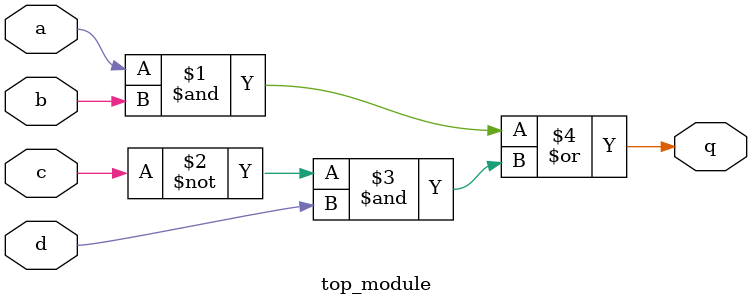
<source format=sv>
module top_module (
    input a, 
    input b, 
    input c, 
    input d,
    output q
);
    
    assign q = (a & b) | (~c & d); 

endmodule

</source>
